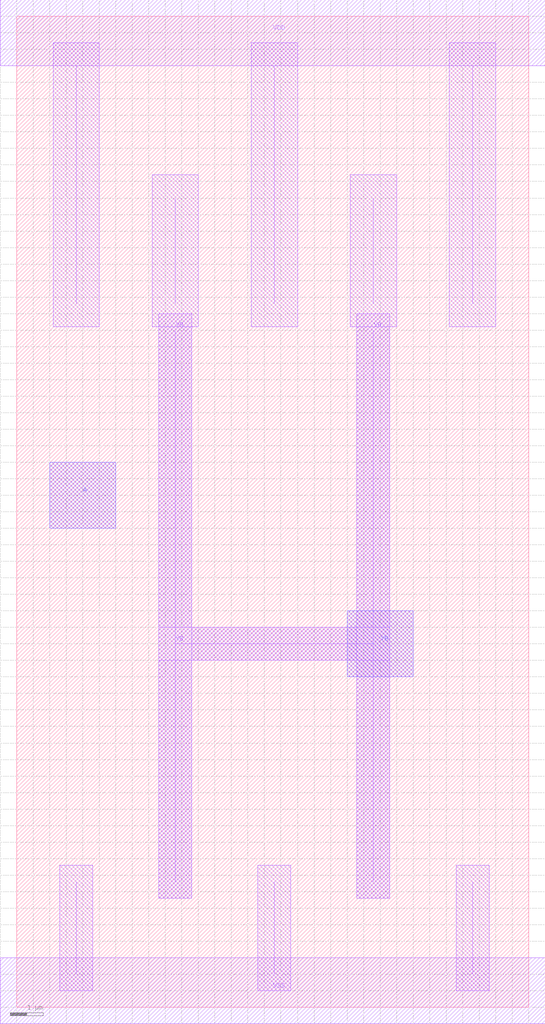
<source format=lef>
VERSION 5.5 ;
NAMESCASESENSITIVE ON ;
BUSBITCHARS "[]" ;
DIVIDERCHAR "/" ;

MACRO inv4
  CLASS CORE ;
  SOURCE USER ;
  ORIGIN 0 0 ;
  SIZE 15.500 BY 30.000 ;
  SYMMETRY X Y ;
  SITE unit ;
 
  PIN A
    USE SIGNAL ;
    PORT
      LAYER ML1 ;
        POLYGON 1.000 14.500  1.000 16.500  3.000 16.500  3.000 14.500  1.000 
        14.500  ;
    END
    PORT
      LAYER ML2 ;
        POLYGON 1.000 14.500  1.000 16.500  3.000 16.500  3.000 14.500  1.000 
        14.500  ;
    END
  END A
  PIN VDD
    USE POWER ;
    PORT
      LAYER ML1 ;
        RECT -0.500 28.500  16.000 30.500  ;
    END
  END VDD
  PIN VSS
    USE GROUND ;
    PORT
      LAYER ML1 ;
        RECT -0.500 -0.500  16.000 1.500  ;
    END
  END VSS
  PIN YB
    USE SIGNAL ;
    PORT
      LAYER ML1 ;
        POLYGON 10.000 10.000  10.000 12.000  12.000 12.000  12.000 10.000  
        10.000 10.000  ;
    END
    PORT
      LAYER ML2 ;
        POLYGON 10.000 10.000  10.000 12.000  12.000 12.000  12.000 10.000  
        10.000 10.000  ;
    END
    PORT
      LAYER ML1 ;
        WIDTH 1.000  ;
        PATH 4.800 11.000 10.800 11.000  ;
    END
    PORT
      LAYER ML1 ;
        WIDTH 1.000  ;
        PATH 4.800 20.500 4.800 3.800  ;
    END
    PORT
      LAYER ML1 ;
        WIDTH 1.000  ;
        PATH 10.800 20.500 10.800 3.800  ;
    END
  END YB
  OBS

    LAYER ML1 ;
      WIDTH 1.000  ;
      PATH 1.800 1.000 1.800 3.800  ;
      WIDTH 1.400  ;
      PATH 1.800 21.300 1.800 28.500  ;
      WIDTH 1.000  ;
      PATH 4.800 20.500 4.800 3.800  ;
      WIDTH 1.400  ;
      PATH 4.800 21.300 4.800 24.500  ;

      WIDTH 1.400  ;
      PATH 7.800 21.300 7.800 28.500  ;
      WIDTH 1.000  ;
      PATH 7.800 1.000 7.800 3.800  ;
      WIDTH 1.000  ;
      PATH 4.800 11.000 10.800 11.000  ;
      WIDTH 1.400  ;
      PATH 10.800 21.300 10.800 24.500  ;
      WIDTH 1.000  ;
      PATH 10.800 20.500 10.800 3.800  ;
      WIDTH 1.400  ;
      PATH 13.800 21.300 13.800 28.500  ;
      WIDTH 1.000  ;
      PATH 13.800 1.000 13.800 3.800  ;

    VIA 1.800 24.500  dcont ;
    VIA 1.800 3.800  dcont ;
    VIA 1.800 20.500  dcont ;
    VIA 1.800 22.500  dcont ;
    VIA 4.800 3.800  dcont ;
    VIA 4.800 24.500  dcont ;
    VIA 4.800 20.500  dcont ;
    VIA 4.800 22.500  dcont ;
    VIA 7.800 24.500  dcont ;
    VIA 7.800 22.500  dcont ;
    VIA 7.800 20.500  dcont ;
    VIA 7.800 3.800  dcont ;
    VIA 10.800 22.500  dcont ;
    VIA 10.800 20.500  dcont ;
    VIA 10.800 24.500  dcont ;
    VIA 10.800 3.800  dcont ;
    VIA 13.800 20.500  dcont ;
    VIA 13.800 22.500  dcont ;
    VIA 13.800 24.500  dcont ;
    VIA 13.800 3.800  dcont ;
    VIA 5.000 29.500  nsubcont ;
    VIA 2.000 15.500  pcont ;
    VIA 5.000 0.500  psubcont ;
  END
END inv4

MACRO dcont
  CLASS CORE ;
  OBS
    LAYER ML1 ;
      RECT -1.000 -1.000  1.000 1.000  ;
  END
END dcont

MACRO nsubcont
  CLASS CORE ;
  OBS
    LAYER ML1 ;
      RECT -1.000 -1.000  1.000 1.000  ;
  END
END nsubcont

MACRO pcont
  CLASS CORE ;
  OBS
    LAYER ML1 ;
      RECT -1.000 -1.000  1.000 1.000  ;
  END
END pcont

MACRO psubcont
  CLASS CORE ;
  OBS
    LAYER ML1 ;
      RECT -1.000 -1.000  1.000 1.000  ;
  END
END psubcont


END LIBRARY

</source>
